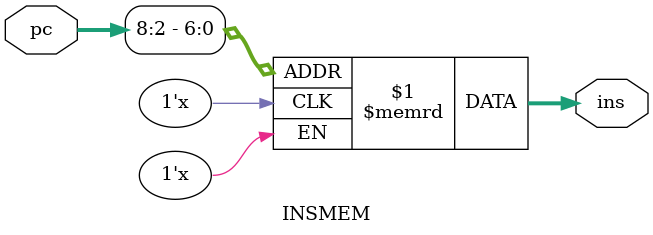
<source format=v>
module INSMEM(
    input [31:0] pc,
    output [31:0] ins
);

    reg [31:0] ROM[127:0];  

    assign ins = ROM[pc[8:2]];
    
endmodule
</source>
